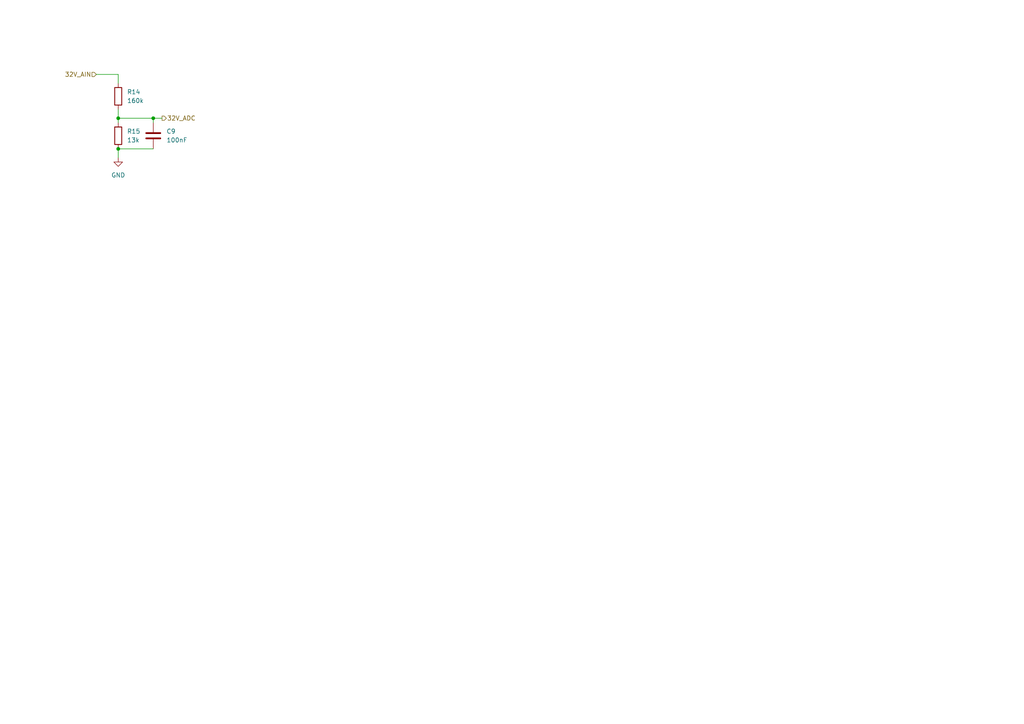
<source format=kicad_sch>
(kicad_sch
	(version 20250114)
	(generator "eeschema")
	(generator_version "9.0")
	(uuid "2284739a-22df-41b6-93bd-de2e6f02cbf5")
	(paper "A4")
	(lib_symbols
		(symbol "Device:C"
			(pin_numbers
				(hide yes)
			)
			(pin_names
				(offset 0.254)
			)
			(exclude_from_sim no)
			(in_bom yes)
			(on_board yes)
			(property "Reference" "C"
				(at 0.635 2.54 0)
				(effects
					(font
						(size 1.27 1.27)
					)
					(justify left)
				)
			)
			(property "Value" "C"
				(at 0.635 -2.54 0)
				(effects
					(font
						(size 1.27 1.27)
					)
					(justify left)
				)
			)
			(property "Footprint" ""
				(at 0.9652 -3.81 0)
				(effects
					(font
						(size 1.27 1.27)
					)
					(hide yes)
				)
			)
			(property "Datasheet" "~"
				(at 0 0 0)
				(effects
					(font
						(size 1.27 1.27)
					)
					(hide yes)
				)
			)
			(property "Description" "Unpolarized capacitor"
				(at 0 0 0)
				(effects
					(font
						(size 1.27 1.27)
					)
					(hide yes)
				)
			)
			(property "ki_keywords" "cap capacitor"
				(at 0 0 0)
				(effects
					(font
						(size 1.27 1.27)
					)
					(hide yes)
				)
			)
			(property "ki_fp_filters" "C_*"
				(at 0 0 0)
				(effects
					(font
						(size 1.27 1.27)
					)
					(hide yes)
				)
			)
			(symbol "C_0_1"
				(polyline
					(pts
						(xy -2.032 0.762) (xy 2.032 0.762)
					)
					(stroke
						(width 0.508)
						(type default)
					)
					(fill
						(type none)
					)
				)
				(polyline
					(pts
						(xy -2.032 -0.762) (xy 2.032 -0.762)
					)
					(stroke
						(width 0.508)
						(type default)
					)
					(fill
						(type none)
					)
				)
			)
			(symbol "C_1_1"
				(pin passive line
					(at 0 3.81 270)
					(length 2.794)
					(name "~"
						(effects
							(font
								(size 1.27 1.27)
							)
						)
					)
					(number "1"
						(effects
							(font
								(size 1.27 1.27)
							)
						)
					)
				)
				(pin passive line
					(at 0 -3.81 90)
					(length 2.794)
					(name "~"
						(effects
							(font
								(size 1.27 1.27)
							)
						)
					)
					(number "2"
						(effects
							(font
								(size 1.27 1.27)
							)
						)
					)
				)
			)
			(embedded_fonts no)
		)
		(symbol "Device:R"
			(pin_numbers
				(hide yes)
			)
			(pin_names
				(offset 0)
			)
			(exclude_from_sim no)
			(in_bom yes)
			(on_board yes)
			(property "Reference" "R"
				(at 2.032 0 90)
				(effects
					(font
						(size 1.27 1.27)
					)
				)
			)
			(property "Value" "R"
				(at 0 0 90)
				(effects
					(font
						(size 1.27 1.27)
					)
				)
			)
			(property "Footprint" ""
				(at -1.778 0 90)
				(effects
					(font
						(size 1.27 1.27)
					)
					(hide yes)
				)
			)
			(property "Datasheet" "~"
				(at 0 0 0)
				(effects
					(font
						(size 1.27 1.27)
					)
					(hide yes)
				)
			)
			(property "Description" "Resistor"
				(at 0 0 0)
				(effects
					(font
						(size 1.27 1.27)
					)
					(hide yes)
				)
			)
			(property "ki_keywords" "R res resistor"
				(at 0 0 0)
				(effects
					(font
						(size 1.27 1.27)
					)
					(hide yes)
				)
			)
			(property "ki_fp_filters" "R_*"
				(at 0 0 0)
				(effects
					(font
						(size 1.27 1.27)
					)
					(hide yes)
				)
			)
			(symbol "R_0_1"
				(rectangle
					(start -1.016 -2.54)
					(end 1.016 2.54)
					(stroke
						(width 0.254)
						(type default)
					)
					(fill
						(type none)
					)
				)
			)
			(symbol "R_1_1"
				(pin passive line
					(at 0 3.81 270)
					(length 1.27)
					(name "~"
						(effects
							(font
								(size 1.27 1.27)
							)
						)
					)
					(number "1"
						(effects
							(font
								(size 1.27 1.27)
							)
						)
					)
				)
				(pin passive line
					(at 0 -3.81 90)
					(length 1.27)
					(name "~"
						(effects
							(font
								(size 1.27 1.27)
							)
						)
					)
					(number "2"
						(effects
							(font
								(size 1.27 1.27)
							)
						)
					)
				)
			)
			(embedded_fonts no)
		)
		(symbol "power:GND"
			(power)
			(pin_numbers
				(hide yes)
			)
			(pin_names
				(offset 0)
				(hide yes)
			)
			(exclude_from_sim no)
			(in_bom yes)
			(on_board yes)
			(property "Reference" "#PWR"
				(at 0 -6.35 0)
				(effects
					(font
						(size 1.27 1.27)
					)
					(hide yes)
				)
			)
			(property "Value" "GND"
				(at 0 -3.81 0)
				(effects
					(font
						(size 1.27 1.27)
					)
				)
			)
			(property "Footprint" ""
				(at 0 0 0)
				(effects
					(font
						(size 1.27 1.27)
					)
					(hide yes)
				)
			)
			(property "Datasheet" ""
				(at 0 0 0)
				(effects
					(font
						(size 1.27 1.27)
					)
					(hide yes)
				)
			)
			(property "Description" "Power symbol creates a global label with name \"GND\" , ground"
				(at 0 0 0)
				(effects
					(font
						(size 1.27 1.27)
					)
					(hide yes)
				)
			)
			(property "ki_keywords" "global power"
				(at 0 0 0)
				(effects
					(font
						(size 1.27 1.27)
					)
					(hide yes)
				)
			)
			(symbol "GND_0_1"
				(polyline
					(pts
						(xy 0 0) (xy 0 -1.27) (xy 1.27 -1.27) (xy 0 -2.54) (xy -1.27 -1.27) (xy 0 -1.27)
					)
					(stroke
						(width 0)
						(type default)
					)
					(fill
						(type none)
					)
				)
			)
			(symbol "GND_1_1"
				(pin power_in line
					(at 0 0 270)
					(length 0)
					(name "~"
						(effects
							(font
								(size 1.27 1.27)
							)
						)
					)
					(number "1"
						(effects
							(font
								(size 1.27 1.27)
							)
						)
					)
				)
			)
			(embedded_fonts no)
		)
	)
	(junction
		(at 44.45 34.29)
		(diameter 0)
		(color 0 0 0 0)
		(uuid "9b34bab0-dcc0-474e-893c-831a171c4670")
	)
	(junction
		(at 34.29 34.29)
		(diameter 0)
		(color 0 0 0 0)
		(uuid "c5ae8fd8-9f2b-4896-b737-4cc4fd150768")
	)
	(junction
		(at 34.29 43.18)
		(diameter 0)
		(color 0 0 0 0)
		(uuid "e53958ce-aed2-44a7-9ccf-6f9b57cbe9a1")
	)
	(wire
		(pts
			(xy 34.29 34.29) (xy 34.29 35.56)
		)
		(stroke
			(width 0)
			(type default)
		)
		(uuid "036f4a10-4ceb-430c-8a2c-0054ff21a2d1")
	)
	(wire
		(pts
			(xy 44.45 35.56) (xy 44.45 34.29)
		)
		(stroke
			(width 0)
			(type default)
		)
		(uuid "4c95f20f-e889-4449-9a0c-c4c3670056b3")
	)
	(wire
		(pts
			(xy 34.29 31.75) (xy 34.29 34.29)
		)
		(stroke
			(width 0)
			(type default)
		)
		(uuid "688a6c4b-ac10-4b9d-a1d2-beebfeee599a")
	)
	(wire
		(pts
			(xy 34.29 43.18) (xy 44.45 43.18)
		)
		(stroke
			(width 0)
			(type default)
		)
		(uuid "7136ed48-efbf-428c-816e-6f470f7123c8")
	)
	(wire
		(pts
			(xy 34.29 43.18) (xy 34.29 45.72)
		)
		(stroke
			(width 0)
			(type default)
		)
		(uuid "c1d4292f-5c70-4b66-a48e-3e9a86f123c5")
	)
	(wire
		(pts
			(xy 34.29 34.29) (xy 44.45 34.29)
		)
		(stroke
			(width 0)
			(type default)
		)
		(uuid "c63844f0-a12b-428a-9d06-ed5ea67b7049")
	)
	(wire
		(pts
			(xy 34.29 21.59) (xy 34.29 24.13)
		)
		(stroke
			(width 0)
			(type default)
		)
		(uuid "ddc55548-9026-47ed-9a65-da329c9ab465")
	)
	(wire
		(pts
			(xy 44.45 34.29) (xy 46.99 34.29)
		)
		(stroke
			(width 0)
			(type default)
		)
		(uuid "f506de5b-0829-45c5-aa05-f1a16b5897e0")
	)
	(wire
		(pts
			(xy 27.94 21.59) (xy 34.29 21.59)
		)
		(stroke
			(width 0)
			(type default)
		)
		(uuid "f827a66b-4045-4749-8409-610bc56c3417")
	)
	(hierarchical_label "32V_AIN"
		(shape input)
		(at 27.94 21.59 180)
		(effects
			(font
				(size 1.27 1.27)
			)
			(justify right)
		)
		(uuid "9488e1ae-8ca9-4cf5-9de3-5f6acff2f942")
	)
	(hierarchical_label "32V_ADC"
		(shape output)
		(at 46.99 34.29 0)
		(effects
			(font
				(size 1.27 1.27)
			)
			(justify left)
		)
		(uuid "d7b0284a-6d7e-49e4-8f93-6df0396d8add")
	)
	(symbol
		(lib_id "Device:R")
		(at 34.29 39.37 0)
		(unit 1)
		(exclude_from_sim no)
		(in_bom yes)
		(on_board yes)
		(dnp no)
		(fields_autoplaced yes)
		(uuid "50f9a81f-7aaf-4206-ab81-7a58f4bdd139")
		(property "Reference" "R15"
			(at 36.83 38.0999 0)
			(effects
				(font
					(size 1.27 1.27)
				)
				(justify left)
			)
		)
		(property "Value" "13k"
			(at 36.83 40.6399 0)
			(effects
				(font
					(size 1.27 1.27)
				)
				(justify left)
			)
		)
		(property "Footprint" ""
			(at 32.512 39.37 90)
			(effects
				(font
					(size 1.27 1.27)
				)
				(hide yes)
			)
		)
		(property "Datasheet" "~"
			(at 34.29 39.37 0)
			(effects
				(font
					(size 1.27 1.27)
				)
				(hide yes)
			)
		)
		(property "Description" "Resistor"
			(at 34.29 39.37 0)
			(effects
				(font
					(size 1.27 1.27)
				)
				(hide yes)
			)
		)
		(pin "1"
			(uuid "81e421c0-15bd-42be-bf84-ec836dd2943f")
		)
		(pin "2"
			(uuid "46012b1e-b9e0-4155-b870-61d4fa464ba4")
		)
		(instances
			(project "NIVARA"
				(path "/ff64f013-32cc-4b27-a03f-45a540688198/1d6a0d55-124c-4c27-8d03-8c1521f03c11/52db6a60-3bfc-4338-8bb3-9dfeda96bef5"
					(reference "R15")
					(unit 1)
				)
			)
		)
	)
	(symbol
		(lib_id "Device:C")
		(at 44.45 39.37 0)
		(unit 1)
		(exclude_from_sim no)
		(in_bom yes)
		(on_board yes)
		(dnp no)
		(fields_autoplaced yes)
		(uuid "c33bfa7b-4383-4d46-a754-7a3ff49e2ffe")
		(property "Reference" "C9"
			(at 48.26 38.0999 0)
			(effects
				(font
					(size 1.27 1.27)
				)
				(justify left)
			)
		)
		(property "Value" "100nF"
			(at 48.26 40.6399 0)
			(effects
				(font
					(size 1.27 1.27)
				)
				(justify left)
			)
		)
		(property "Footprint" ""
			(at 45.4152 43.18 0)
			(effects
				(font
					(size 1.27 1.27)
				)
				(hide yes)
			)
		)
		(property "Datasheet" "~"
			(at 44.45 39.37 0)
			(effects
				(font
					(size 1.27 1.27)
				)
				(hide yes)
			)
		)
		(property "Description" "Unpolarized capacitor"
			(at 44.45 39.37 0)
			(effects
				(font
					(size 1.27 1.27)
				)
				(hide yes)
			)
		)
		(pin "2"
			(uuid "77dd6296-d843-4e4b-919a-07527a448ab4")
		)
		(pin "1"
			(uuid "087abdd6-ed69-4ee7-88d8-0ac3e998d9a6")
		)
		(instances
			(project "NIVARA"
				(path "/ff64f013-32cc-4b27-a03f-45a540688198/1d6a0d55-124c-4c27-8d03-8c1521f03c11/52db6a60-3bfc-4338-8bb3-9dfeda96bef5"
					(reference "C9")
					(unit 1)
				)
			)
		)
	)
	(symbol
		(lib_id "power:GND")
		(at 34.29 45.72 0)
		(unit 1)
		(exclude_from_sim no)
		(in_bom yes)
		(on_board yes)
		(dnp no)
		(fields_autoplaced yes)
		(uuid "d1d3f744-feb9-4d5c-a72c-75aca6c04e01")
		(property "Reference" "#PWR038"
			(at 34.29 52.07 0)
			(effects
				(font
					(size 1.27 1.27)
				)
				(hide yes)
			)
		)
		(property "Value" "GND"
			(at 34.29 50.8 0)
			(effects
				(font
					(size 1.27 1.27)
				)
			)
		)
		(property "Footprint" ""
			(at 34.29 45.72 0)
			(effects
				(font
					(size 1.27 1.27)
				)
				(hide yes)
			)
		)
		(property "Datasheet" ""
			(at 34.29 45.72 0)
			(effects
				(font
					(size 1.27 1.27)
				)
				(hide yes)
			)
		)
		(property "Description" "Power symbol creates a global label with name \"GND\" , ground"
			(at 34.29 45.72 0)
			(effects
				(font
					(size 1.27 1.27)
				)
				(hide yes)
			)
		)
		(pin "1"
			(uuid "1c8b088f-f467-49a7-ae8f-332d6f095026")
		)
		(instances
			(project "NIVARA"
				(path "/ff64f013-32cc-4b27-a03f-45a540688198/1d6a0d55-124c-4c27-8d03-8c1521f03c11/52db6a60-3bfc-4338-8bb3-9dfeda96bef5"
					(reference "#PWR038")
					(unit 1)
				)
			)
		)
	)
	(symbol
		(lib_id "Device:R")
		(at 34.29 27.94 0)
		(unit 1)
		(exclude_from_sim no)
		(in_bom yes)
		(on_board yes)
		(dnp no)
		(fields_autoplaced yes)
		(uuid "edd213ec-2e81-47e1-9190-a54ad7c2850d")
		(property "Reference" "R14"
			(at 36.83 26.6699 0)
			(effects
				(font
					(size 1.27 1.27)
				)
				(justify left)
			)
		)
		(property "Value" "160k"
			(at 36.83 29.2099 0)
			(effects
				(font
					(size 1.27 1.27)
				)
				(justify left)
			)
		)
		(property "Footprint" ""
			(at 32.512 27.94 90)
			(effects
				(font
					(size 1.27 1.27)
				)
				(hide yes)
			)
		)
		(property "Datasheet" "~"
			(at 34.29 27.94 0)
			(effects
				(font
					(size 1.27 1.27)
				)
				(hide yes)
			)
		)
		(property "Description" "Resistor"
			(at 34.29 27.94 0)
			(effects
				(font
					(size 1.27 1.27)
				)
				(hide yes)
			)
		)
		(pin "1"
			(uuid "8650b03b-87c3-4af6-ab6f-8f8b53a47bd4")
		)
		(pin "2"
			(uuid "c5c60dba-cf8c-4263-98ef-8d628c9eaf5b")
		)
		(instances
			(project "NIVARA"
				(path "/ff64f013-32cc-4b27-a03f-45a540688198/1d6a0d55-124c-4c27-8d03-8c1521f03c11/52db6a60-3bfc-4338-8bb3-9dfeda96bef5"
					(reference "R14")
					(unit 1)
				)
			)
		)
	)
)

</source>
